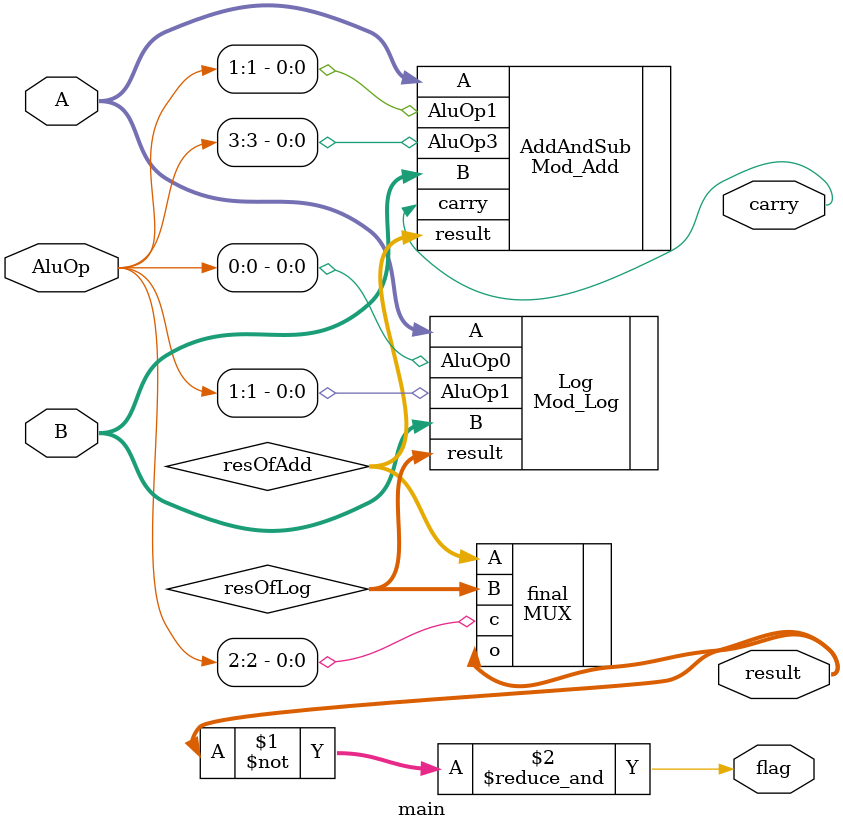
<source format=v>
module main(input [31:0]A, input [31:0]B, input [3:0]AluOp, output [31:0]result, output flag, output carry);
    wire [31:0]resOfAdd; //result of the arithmetic part;
    Mod_Add AddAndSub(.A(A), .B(B), .AluOp1(AluOp[1]), .AluOp3(AluOp[3]), .result(resOfAdd), .carry(carry));
    //note that carry has no meaning (dont care), if the op is not add
     
    wire [31:0]resOfLog;
    Mod_Log Log(.A(A), .B(B), .AluOp0(AluOp[0]), .AluOp1(AluOp[1]), .result(resOfLog));
    
    //final MUX of the whole ALU
    MUX final(.A(resOfAdd), .B(resOfLog), .c(AluOp[2]), .o(result));
    assign flag = &(~result);
endmodule

</source>
